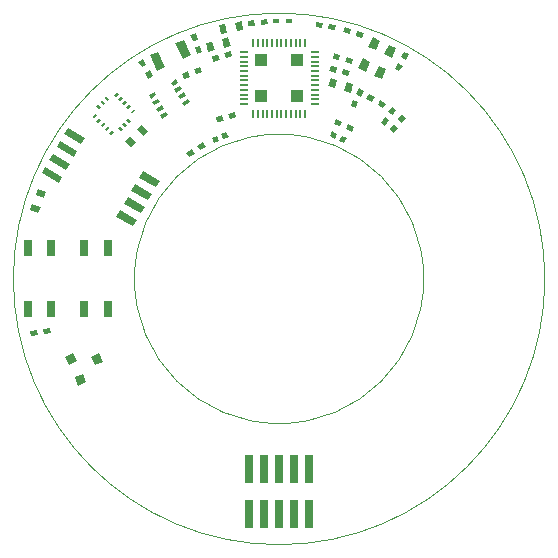
<source format=gtp>
G04 #@! TF.FileFunction,Paste,Top*
%FSLAX46Y46*%
G04 Gerber Fmt 4.6, Leading zero omitted, Abs format (unit mm)*
G04 Created by KiCad (PCBNEW (2015-09-17 BZR 6202)-product) date 2015 September 30, Wednesday 13:53:37*
%MOMM*%
G01*
G04 APERTURE LIST*
%ADD10C,0.100000*%
%ADD11C,0.010000*%
%ADD12R,0.660000X1.410000*%
%ADD13R,0.560000X0.460000*%
%ADD14O,0.780000X0.220000*%
%ADD15O,0.220000X0.780000*%
%ADD16R,0.980000X0.980000*%
%ADD17R,0.760000X2.460000*%
G04 APERTURE END LIST*
D10*
D11*
X45000000Y-22500000D02*
G75*
G03X45000000Y-22500000I-22500000J0D01*
G01*
X34750000Y-22500000D02*
G75*
G03X34750000Y-22500000I-12250000J0D01*
G01*
D12*
X6000000Y-19925000D03*
X6000000Y-25075000D03*
X8000000Y-25075000D03*
X8000000Y-19925000D03*
X1200000Y-19925000D03*
X1200000Y-25075000D03*
X3200000Y-25075000D03*
X3200000Y-19925000D03*
D10*
G36*
X14408720Y-5560006D02*
X14251390Y-5127747D01*
X14777618Y-4936216D01*
X14934948Y-5368475D01*
X14408720Y-5560006D01*
X14408720Y-5560006D01*
G37*
G36*
X15442382Y-5183784D02*
X15285052Y-4751525D01*
X15811280Y-4559994D01*
X15968610Y-4992253D01*
X15442382Y-5183784D01*
X15442382Y-5183784D01*
G37*
D13*
X22250000Y-700000D03*
X23350000Y-700000D03*
D10*
G36*
X15990006Y-3271280D02*
X15557747Y-3428610D01*
X15366216Y-2902382D01*
X15798475Y-2745052D01*
X15990006Y-3271280D01*
X15990006Y-3271280D01*
G37*
G36*
X15613784Y-2237618D02*
X15181525Y-2394948D01*
X14989994Y-1868720D01*
X15422253Y-1711390D01*
X15613784Y-2237618D01*
X15613784Y-2237618D01*
G37*
G36*
X11814186Y-5303801D02*
X11415814Y-5533801D01*
X11135814Y-5048827D01*
X11534186Y-4818827D01*
X11814186Y-5303801D01*
X11814186Y-5303801D01*
G37*
G36*
X11264186Y-4351173D02*
X10865814Y-4581173D01*
X10585814Y-4096199D01*
X10984186Y-3866199D01*
X11264186Y-4351173D01*
X11264186Y-4351173D01*
G37*
G36*
X17257810Y-9236982D02*
X17138753Y-8792656D01*
X17679672Y-8647718D01*
X17798729Y-9092044D01*
X17257810Y-9236982D01*
X17257810Y-9236982D01*
G37*
G36*
X18320328Y-8952282D02*
X18201271Y-8507956D01*
X18742190Y-8363018D01*
X18861247Y-8807344D01*
X18320328Y-8952282D01*
X18320328Y-8952282D01*
G37*
G36*
X27297329Y-997622D02*
X27217451Y-1450633D01*
X26665959Y-1353390D01*
X26745837Y-900379D01*
X27297329Y-997622D01*
X27297329Y-997622D01*
G37*
G36*
X26214041Y-806610D02*
X26134163Y-1259621D01*
X25582671Y-1162378D01*
X25662549Y-709367D01*
X26214041Y-806610D01*
X26214041Y-806610D01*
G37*
G36*
X16917810Y-4096982D02*
X16798753Y-3652656D01*
X17339672Y-3507718D01*
X17458729Y-3952044D01*
X16917810Y-4096982D01*
X16917810Y-4096982D01*
G37*
G36*
X17980328Y-3812282D02*
X17861271Y-3367956D01*
X18402190Y-3223018D01*
X18521247Y-3667344D01*
X17980328Y-3812282D01*
X17980328Y-3812282D01*
G37*
G36*
X28481247Y-4882656D02*
X28362190Y-5326982D01*
X27821271Y-5182044D01*
X27940328Y-4737718D01*
X28481247Y-4882656D01*
X28481247Y-4882656D01*
G37*
G36*
X27418729Y-4597956D02*
X27299672Y-5042282D01*
X26758753Y-4897344D01*
X26877810Y-4453018D01*
X27418729Y-4597956D01*
X27418729Y-4597956D01*
G37*
G36*
X28751247Y-3842656D02*
X28632190Y-4286982D01*
X28091271Y-4142044D01*
X28210328Y-3697718D01*
X28751247Y-3842656D01*
X28751247Y-3842656D01*
G37*
G36*
X27688729Y-3557956D02*
X27569672Y-4002282D01*
X27028753Y-3857344D01*
X27147810Y-3413018D01*
X27688729Y-3557956D01*
X27688729Y-3557956D01*
G37*
G36*
X33115814Y-3266199D02*
X33514186Y-3496199D01*
X33234186Y-3981173D01*
X32835814Y-3751173D01*
X33115814Y-3266199D01*
X33115814Y-3266199D01*
G37*
G36*
X32565814Y-4218827D02*
X32964186Y-4448827D01*
X32684186Y-4933801D01*
X32285814Y-4703801D01*
X32565814Y-4218827D01*
X32565814Y-4218827D01*
G37*
G36*
X29262322Y-6370563D02*
X29679224Y-6564967D01*
X29442558Y-7072499D01*
X29025656Y-6878095D01*
X29262322Y-6370563D01*
X29262322Y-6370563D01*
G37*
G36*
X28797442Y-7367501D02*
X29214344Y-7561905D01*
X28977678Y-8069437D01*
X28560776Y-7875033D01*
X28797442Y-7367501D01*
X28797442Y-7367501D01*
G37*
G36*
X27939021Y-1627282D02*
X28073512Y-1187382D01*
X28609043Y-1351110D01*
X28474552Y-1791010D01*
X27939021Y-1627282D01*
X27939021Y-1627282D01*
G37*
G36*
X28990957Y-1948890D02*
X29125448Y-1508990D01*
X29660979Y-1672718D01*
X29526488Y-2112618D01*
X28990957Y-1948890D01*
X28990957Y-1948890D01*
G37*
G36*
X32057663Y-7908181D02*
X32434473Y-8172026D01*
X32113271Y-8630751D01*
X31736461Y-8366906D01*
X32057663Y-7908181D01*
X32057663Y-7908181D01*
G37*
G36*
X31426729Y-8809249D02*
X31803539Y-9073094D01*
X31482337Y-9531819D01*
X31105527Y-9267974D01*
X31426729Y-8809249D01*
X31426729Y-8809249D01*
G37*
G36*
X32927323Y-8546342D02*
X33279704Y-8842025D01*
X32919743Y-9271010D01*
X32567362Y-8975327D01*
X32927323Y-8546342D01*
X32927323Y-8546342D01*
G37*
G36*
X32220257Y-9388990D02*
X32572638Y-9684673D01*
X32212677Y-10113658D01*
X31860296Y-9817975D01*
X32220257Y-9388990D01*
X32220257Y-9388990D01*
G37*
G36*
X18044326Y-10032015D02*
X18216645Y-10458520D01*
X17790140Y-10630839D01*
X17617821Y-10204334D01*
X18044326Y-10032015D01*
X18044326Y-10032015D01*
G37*
G36*
X17209860Y-10369161D02*
X17382179Y-10795666D01*
X16955674Y-10967985D01*
X16783355Y-10541480D01*
X17209860Y-10369161D01*
X17209860Y-10369161D01*
G37*
G36*
X26786508Y-10421071D02*
X26980912Y-10004169D01*
X27397814Y-10198573D01*
X27203410Y-10615475D01*
X26786508Y-10421071D01*
X26786508Y-10421071D01*
G37*
G36*
X27602186Y-10801427D02*
X27796590Y-10384525D01*
X28213492Y-10578929D01*
X28019088Y-10995831D01*
X27602186Y-10801427D01*
X27602186Y-10801427D01*
G37*
G36*
X19893204Y-1101464D02*
X19853113Y-643215D01*
X20410982Y-594408D01*
X20451073Y-1052657D01*
X19893204Y-1101464D01*
X19893204Y-1101464D01*
G37*
G36*
X20989018Y-1005592D02*
X20948927Y-547343D01*
X21506796Y-498536D01*
X21546887Y-956785D01*
X20989018Y-1005592D01*
X20989018Y-1005592D01*
G37*
G36*
X17540875Y-1784402D02*
X17408903Y-1035949D01*
X17960395Y-938706D01*
X18092367Y-1687159D01*
X17540875Y-1784402D01*
X17540875Y-1784402D01*
G37*
G36*
X18919605Y-1541294D02*
X18787633Y-792841D01*
X19339125Y-695598D01*
X19471097Y-1444051D01*
X18919605Y-1541294D01*
X18919605Y-1541294D01*
G37*
G36*
X29896199Y-7234186D02*
X30126199Y-6835814D01*
X30611173Y-7115814D01*
X30381173Y-7514186D01*
X29896199Y-7234186D01*
X29896199Y-7234186D01*
G37*
G36*
X30848827Y-7784186D02*
X31078827Y-7385814D01*
X31563801Y-7665814D01*
X31333801Y-8064186D01*
X30848827Y-7784186D01*
X30848827Y-7784186D01*
G37*
G36*
X4376458Y-29118121D02*
X5065342Y-28796889D01*
X5386574Y-29485773D01*
X4697690Y-29807005D01*
X4376458Y-29118121D01*
X4376458Y-29118121D01*
G37*
G36*
X5179433Y-30840106D02*
X5868317Y-30518874D01*
X6189549Y-31207758D01*
X5500665Y-31528990D01*
X5179433Y-30840106D01*
X5179433Y-30840106D01*
G37*
G36*
X6589637Y-29134308D02*
X7278521Y-28813076D01*
X7599753Y-29501960D01*
X6910869Y-29823192D01*
X6589637Y-29134308D01*
X6589637Y-29134308D01*
G37*
G36*
X16030830Y-10905056D02*
X16281364Y-11290844D01*
X15811708Y-11595842D01*
X15561174Y-11210054D01*
X16030830Y-10905056D01*
X16030830Y-10905056D01*
G37*
G36*
X15108292Y-11504158D02*
X15358826Y-11889946D01*
X14889170Y-12194944D01*
X14638636Y-11809156D01*
X15108292Y-11504158D01*
X15108292Y-11504158D01*
G37*
G36*
X28849437Y-9642322D02*
X28655033Y-10059224D01*
X28147501Y-9822558D01*
X28341905Y-9405656D01*
X28849437Y-9642322D01*
X28849437Y-9642322D01*
G37*
G36*
X27852499Y-9177442D02*
X27658095Y-9594344D01*
X27150563Y-9357678D01*
X27344967Y-8940776D01*
X27852499Y-9177442D01*
X27852499Y-9177442D01*
G37*
G36*
X3077451Y-26629367D02*
X3157329Y-27082378D01*
X2605837Y-27179621D01*
X2525959Y-26726610D01*
X3077451Y-26629367D01*
X3077451Y-26629367D01*
G37*
G36*
X1994163Y-26820379D02*
X2074041Y-27273390D01*
X1522549Y-27370633D01*
X1442671Y-26917622D01*
X1994163Y-26820379D01*
X1994163Y-26820379D01*
G37*
G36*
X28768280Y-6033128D02*
X28546077Y-6759920D01*
X28010546Y-6596192D01*
X28232749Y-5869400D01*
X28768280Y-6033128D01*
X28768280Y-6033128D01*
G37*
G36*
X27429454Y-5623808D02*
X27207251Y-6350600D01*
X26671720Y-6186872D01*
X26893923Y-5460080D01*
X27429454Y-5623808D01*
X27429454Y-5623808D01*
G37*
D14*
X19500000Y-3300000D03*
X19500000Y-3700000D03*
X19500000Y-4100000D03*
X19500000Y-4500000D03*
X19500000Y-4900000D03*
X19500000Y-5300000D03*
X19500000Y-5700000D03*
X19500000Y-6100000D03*
X19500000Y-6500000D03*
X19500000Y-6900000D03*
X19500000Y-7300000D03*
X19500000Y-7700000D03*
D15*
X20300000Y-8500000D03*
X20700000Y-8500000D03*
X21100000Y-8500000D03*
X21500000Y-8500000D03*
X21900000Y-8500000D03*
X22300000Y-8500000D03*
X22700000Y-8500000D03*
X23100000Y-8500000D03*
X23500000Y-8500000D03*
X23900000Y-8500000D03*
X24300000Y-8500000D03*
X24700000Y-8500000D03*
D14*
X25500000Y-7700000D03*
X25500000Y-7300000D03*
X25500000Y-6900000D03*
X25500000Y-6500000D03*
X25500000Y-6100000D03*
X25500000Y-5700000D03*
X25500000Y-5300000D03*
X25500000Y-4900000D03*
X25500000Y-4500000D03*
X25500000Y-4100000D03*
X25500000Y-3700000D03*
X25500000Y-3300000D03*
D15*
X24700000Y-2500000D03*
X24300000Y-2500000D03*
X23900000Y-2500000D03*
X23500000Y-2500000D03*
X23100000Y-2500000D03*
X22700000Y-2500000D03*
X22300000Y-2500000D03*
X21900000Y-2500000D03*
X21500000Y-2500000D03*
X21100000Y-2500000D03*
X20700000Y-2500000D03*
X20300000Y-2500000D03*
D16*
X21000000Y-4000000D03*
X24000000Y-4000000D03*
X24000000Y-7000000D03*
X21000000Y-7000000D03*
D10*
G36*
X12925170Y-8353981D02*
X13090170Y-8639769D01*
X12587876Y-8929769D01*
X12422876Y-8643981D01*
X12925170Y-8353981D01*
X12925170Y-8353981D01*
G37*
G36*
X12600170Y-7791064D02*
X12765170Y-8076852D01*
X12262876Y-8366852D01*
X12097876Y-8081064D01*
X12600170Y-7791064D01*
X12600170Y-7791064D01*
G37*
G36*
X12275170Y-7228148D02*
X12440170Y-7513936D01*
X11937876Y-7803936D01*
X11772876Y-7518148D01*
X12275170Y-7228148D01*
X12275170Y-7228148D01*
G37*
G36*
X11950170Y-6665231D02*
X12115170Y-6951019D01*
X11612876Y-7241019D01*
X11447876Y-6955231D01*
X11950170Y-6665231D01*
X11950170Y-6665231D01*
G37*
G36*
X13812124Y-5590231D02*
X13977124Y-5876019D01*
X13474830Y-6166019D01*
X13309830Y-5880231D01*
X13812124Y-5590231D01*
X13812124Y-5590231D01*
G37*
G36*
X14137124Y-6153148D02*
X14302124Y-6438936D01*
X13799830Y-6728936D01*
X13634830Y-6443148D01*
X14137124Y-6153148D01*
X14137124Y-6153148D01*
G37*
G36*
X14462124Y-6716064D02*
X14627124Y-7001852D01*
X14124830Y-7291852D01*
X13959830Y-7006064D01*
X14462124Y-6716064D01*
X14462124Y-6716064D01*
G37*
G36*
X14787124Y-7278981D02*
X14952124Y-7564769D01*
X14449830Y-7854769D01*
X14284830Y-7568981D01*
X14787124Y-7278981D01*
X14787124Y-7278981D01*
G37*
G36*
X10179379Y-8086343D02*
X10327871Y-8234835D01*
X10073313Y-8489393D01*
X9924821Y-8340901D01*
X10179379Y-8086343D01*
X10179379Y-8086343D01*
G37*
G36*
X9825825Y-7732790D02*
X9974317Y-7881282D01*
X9719759Y-8135840D01*
X9571267Y-7987348D01*
X9825825Y-7732790D01*
X9825825Y-7732790D01*
G37*
G36*
X9472272Y-7379236D02*
X9620764Y-7527728D01*
X9366206Y-7782286D01*
X9217714Y-7633794D01*
X9472272Y-7379236D01*
X9472272Y-7379236D01*
G37*
G36*
X9118718Y-7025683D02*
X9267210Y-7174175D01*
X9012652Y-7428733D01*
X8864160Y-7280241D01*
X9118718Y-7025683D01*
X9118718Y-7025683D01*
G37*
G36*
X8765165Y-6672129D02*
X8913657Y-6820621D01*
X8659099Y-7075179D01*
X8510607Y-6926687D01*
X8765165Y-6672129D01*
X8765165Y-6672129D01*
G37*
G36*
X7732790Y-7174175D02*
X7881282Y-7025683D01*
X8135840Y-7280241D01*
X7987348Y-7428733D01*
X7732790Y-7174175D01*
X7732790Y-7174175D01*
G37*
G36*
X7379236Y-7527728D02*
X7527728Y-7379236D01*
X7782286Y-7633794D01*
X7633794Y-7782286D01*
X7379236Y-7527728D01*
X7379236Y-7527728D01*
G37*
G36*
X7025683Y-7881282D02*
X7174175Y-7732790D01*
X7428733Y-7987348D01*
X7280241Y-8135840D01*
X7025683Y-7881282D01*
X7025683Y-7881282D01*
G37*
G36*
X6926687Y-8510607D02*
X7075179Y-8659099D01*
X6820621Y-8913657D01*
X6672129Y-8765165D01*
X6926687Y-8510607D01*
X6926687Y-8510607D01*
G37*
G36*
X7280241Y-8864160D02*
X7428733Y-9012652D01*
X7174175Y-9267210D01*
X7025683Y-9118718D01*
X7280241Y-8864160D01*
X7280241Y-8864160D01*
G37*
G36*
X7633794Y-9217714D02*
X7782286Y-9366206D01*
X7527728Y-9620764D01*
X7379236Y-9472272D01*
X7633794Y-9217714D01*
X7633794Y-9217714D01*
G37*
G36*
X7987348Y-9571267D02*
X8135840Y-9719759D01*
X7881282Y-9974317D01*
X7732790Y-9825825D01*
X7987348Y-9571267D01*
X7987348Y-9571267D01*
G37*
G36*
X8340901Y-9924821D02*
X8489393Y-10073313D01*
X8234835Y-10327871D01*
X8086343Y-10179379D01*
X8340901Y-9924821D01*
X8340901Y-9924821D01*
G37*
G36*
X8864160Y-9719759D02*
X9012652Y-9571267D01*
X9267210Y-9825825D01*
X9118718Y-9974317D01*
X8864160Y-9719759D01*
X8864160Y-9719759D01*
G37*
G36*
X9217714Y-9366206D02*
X9366206Y-9217714D01*
X9620764Y-9472272D01*
X9472272Y-9620764D01*
X9217714Y-9366206D01*
X9217714Y-9366206D01*
G37*
G36*
X9571267Y-9012652D02*
X9719759Y-8864160D01*
X9974317Y-9118718D01*
X9825825Y-9267210D01*
X9571267Y-9012652D01*
X9571267Y-9012652D01*
G37*
G36*
X14413455Y-2240658D02*
X15030477Y-3563868D01*
X14341683Y-3885058D01*
X13724661Y-2561848D01*
X14413455Y-2240658D01*
X14413455Y-2240658D01*
G37*
G36*
X12238317Y-3254942D02*
X12855339Y-4578152D01*
X12166545Y-4899342D01*
X11549523Y-3576132D01*
X12238317Y-3254942D01*
X12238317Y-3254942D01*
G37*
G36*
X29824681Y-4945099D02*
X29190265Y-4649266D01*
X29570621Y-3833589D01*
X30205037Y-4129422D01*
X29824681Y-4945099D01*
X29824681Y-4945099D01*
G37*
G36*
X31184143Y-5579026D02*
X30549727Y-5283193D01*
X30930083Y-4467516D01*
X31564499Y-4763349D01*
X31184143Y-5579026D01*
X31184143Y-5579026D01*
G37*
G36*
X32029379Y-3766411D02*
X31394963Y-3470578D01*
X31775319Y-2654901D01*
X32409735Y-2950734D01*
X32029379Y-3766411D01*
X32029379Y-3766411D01*
G37*
G36*
X30669917Y-3132484D02*
X30035501Y-2836651D01*
X30415857Y-2020974D01*
X31050273Y-2316807D01*
X30669917Y-3132484D01*
X30669917Y-3132484D01*
G37*
G36*
X2078096Y-14849133D02*
X2792263Y-15109069D01*
X2600732Y-15635297D01*
X1886565Y-15375361D01*
X2078096Y-14849133D01*
X2078096Y-14849133D01*
G37*
G36*
X1599268Y-16164703D02*
X2313435Y-16424639D01*
X2121904Y-16950867D01*
X1407737Y-16690931D01*
X1599268Y-16164703D01*
X1599268Y-16164703D01*
G37*
G36*
X9975736Y-11351665D02*
X9438335Y-10814264D01*
X9834314Y-10418285D01*
X10371715Y-10955686D01*
X9975736Y-11351665D01*
X9975736Y-11351665D01*
G37*
G36*
X10965686Y-10361715D02*
X10428285Y-9824314D01*
X10824264Y-9428335D01*
X11361665Y-9965736D01*
X10965686Y-10361715D01*
X10965686Y-10361715D01*
G37*
G36*
X16491744Y-3300694D02*
X16295042Y-2566591D01*
X16835960Y-2421652D01*
X17032662Y-3155755D01*
X16491744Y-3300694D01*
X16491744Y-3300694D01*
G37*
G36*
X17844040Y-2938348D02*
X17647338Y-2204245D01*
X18188256Y-2059306D01*
X18384958Y-2793409D01*
X17844040Y-2938348D01*
X17844040Y-2938348D01*
G37*
G36*
X10469794Y-17525640D02*
X10164794Y-18053916D01*
X8727192Y-17223916D01*
X9032192Y-16695640D01*
X10469794Y-17525640D01*
X10469794Y-17525640D01*
G37*
G36*
X11104794Y-16425788D02*
X10799794Y-16954064D01*
X9362192Y-16124064D01*
X9667192Y-15595788D01*
X11104794Y-16425788D01*
X11104794Y-16425788D01*
G37*
G36*
X11739794Y-15325936D02*
X11434794Y-15854212D01*
X9997192Y-15024212D01*
X10302192Y-14495936D01*
X11739794Y-15325936D01*
X11739794Y-15325936D01*
G37*
G36*
X12374794Y-14226084D02*
X12069794Y-14754360D01*
X10632192Y-13924360D01*
X10937192Y-13396084D01*
X12374794Y-14226084D01*
X12374794Y-14226084D01*
G37*
G36*
X6052808Y-10576084D02*
X5747808Y-11104360D01*
X4310206Y-10274360D01*
X4615206Y-9746084D01*
X6052808Y-10576084D01*
X6052808Y-10576084D01*
G37*
G36*
X5417808Y-11675936D02*
X5112808Y-12204212D01*
X3675206Y-11374212D01*
X3980206Y-10845936D01*
X5417808Y-11675936D01*
X5417808Y-11675936D01*
G37*
G36*
X4782808Y-12775788D02*
X4477808Y-13304064D01*
X3040206Y-12474064D01*
X3345206Y-11945788D01*
X4782808Y-12775788D01*
X4782808Y-12775788D01*
G37*
G36*
X4147808Y-13875640D02*
X3842808Y-14403916D01*
X2405206Y-13573916D01*
X2710206Y-13045640D01*
X4147808Y-13875640D01*
X4147808Y-13875640D01*
G37*
D17*
X19960000Y-42405000D03*
X19960000Y-38595000D03*
X21230000Y-42405000D03*
X21230000Y-38595000D03*
X22500000Y-42405000D03*
X22500000Y-38595000D03*
X23770000Y-42405000D03*
X23770000Y-38595000D03*
X25040000Y-42405000D03*
X25040000Y-38595000D03*
M02*

</source>
